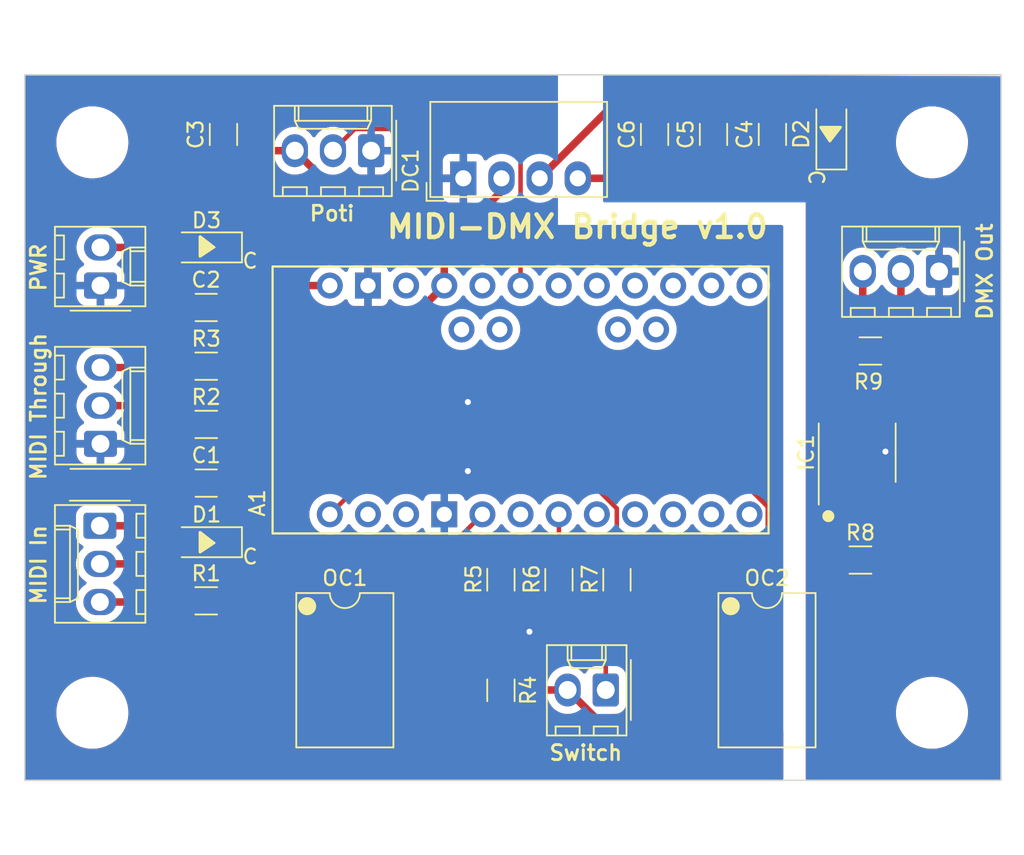
<source format=kicad_pcb>
(kicad_pcb (version 20221018) (generator pcbnew)
  (title_block (title "midi-dmx_bridge") (date "2024-01-20") (rev "1.0") (company "Christian Neukam"))
  (layers (0 "F.Cu" signal) (31 "B.Cu" signal) (34 "B.Paste" user) (35 "F.Paste" user) (36 "B.SilkS" user "B.Silkscreen") (37 "F.SilkS" user "F.Silkscreen") (38 "B.Mask" user) (39 "F.Mask" user) (44 "Edge.Cuts" user))
  (net 0 "")
  (net 1 "/POTI Pin2")
  (net 10 "D1{slash}TX")
  (net 11 "D2{slash}RX")
  (net 13 "D4")
  (net 23 "GND")
  (net 24 "+9V")
  (net 27 "VCC")
  (net 28 "/MIDI IN Pin2 GND")
  (net 29 "+5V")
  (net 30 "GND2")
  (net 31 "Net-(D1-K)")
  (net 32 "/MIDI IN Pin5 SIG")
  (net 33 "/PWR 9V+")
  (net 35 "Net-(IC1-DI)")
  (net 36 "/DMX OUT Pin2 -")
  (net 37 "/DMX OUT Pin3 +")
  (net 38 "/MIDI IN Pin4 5V+")
  (net 39 "/MIDI THROUGH Pin5 SIG")
  (net 40 "/MIDI THROUGH Pin4 5V+")
  (net 41 "/SW 5V+")
  (net 45 "Net-(OC2-C)")
  (footprint "Package_DIP:SMDIP-8_W9.53mm" (layer "F.Cu") (at 149.415 114.665)
    (fp_text reference "OC2" (at 0 -6.14) (layer "F.SilkS"))
    (fp_text value "6N137")
    (fp_line (start -3.235 -5.14) (end -3.235 5.14) (stroke (width 0.12)) (layer "F.SilkS"))
    (fp_line (start -3.235 5.14) (end 3.235 5.14) (stroke (width 0.12)) (layer "F.SilkS"))
    (fp_line (start -1 -5.14) (end -3.235 -5.14) (stroke (width 0.12)) (layer "F.SilkS"))
    (fp_line (start 3.235 -5.14) (end 1 -5.14) (stroke (width 0.12)) (layer "F.SilkS"))
    (fp_line (start 3.235 5.14) (end 3.235 -5.14) (stroke (width 0.12)) (layer "F.SilkS"))
    (fp_arc (start 1 -5.14) (mid 0 -4.14) (end -1 -5.14) (stroke (width 0.12)) (layer "F.SilkS"))
    (pad "1" smd rect (at -4.765 -3.81) (size 2 1.78) (layers "F.Cu" "F.Paste" "F.Mask"))
    (pad "2" smd rect (at -4.765 -1.27) (size 2 1.78) (layers "F.Cu" "F.Paste" "F.Mask") (net 27 "VCC"))
    (pad "3" smd rect (at -4.765 1.27) (size 2 1.78) (layers "F.Cu" "F.Paste" "F.Mask") (net 45 "Net-(OC2-C)"))
    (pad "4" smd rect (at -4.765 3.81) (size 2 1.78) (layers "F.Cu" "F.Paste" "F.Mask"))
    (pad "5" smd rect (at 4.765 3.81) (size 2 1.78) (layers "F.Cu" "F.Paste" "F.Mask") (net 30 "GND2"))
    (pad "6" smd rect (at 4.765 1.27) (size 2 1.78) (layers "F.Cu" "F.Paste" "F.Mask") (net 35 "Net-(IC1-DI)"))
    (pad "7" smd rect (at 4.765 -1.27) (size 2 1.78) (layers "F.Cu" "F.Paste" "F.Mask"))
    (pad "8" smd rect (at 4.765 -3.81) (size 2 1.78) (layers "F.Cu" "F.Paste" "F.Mask") (net 29 "+5V"))
  )
  (footprint "MountingHole:MountingHole_4.3mm_M4" (layer "F.Cu") (at 104.5 117.5 -90)
    (fp_text reference "REF**4" hide)
    (fp_text value "MountingHole_4.3mm_M4")
    (pad "" np_thru_hole circle (at 0 0 270) (size 4.3 4.3) (drill 4.3) (layers "*.Cu" "*.Mask"))
  )
  (footprint "Resistor_SMD:R_1206_3216Metric" (layer "F.Cu") (at 112.08 98.291)
    (fp_text reference "R2" (at 0 -1.82) (layer "F.SilkS"))
    (fp_text value "220")
    (fp_line (start -0.727064 -0.91) (end 0.727064 -0.91) (stroke (width 0.12)) (layer "F.SilkS"))
    (fp_line (start -0.727064 0.91) (end 0.727064 0.91) (stroke (width 0.12)) (layer "F.SilkS"))
    (pad "1" smd roundrect (at -1.4625 0) (size 1.125 1.75) (layers "F.Cu" "F.Paste" "F.Mask") (roundrect_rratio 0.2222222222) (net 39 "/MIDI THROUGH Pin5 SIG"))
    (pad "2" smd roundrect (at 1.4625 0) (size 1.125 1.75) (layers "F.Cu" "F.Paste" "F.Mask") (roundrect_rratio 0.2222222222) (net 11 "D2{slash}RX"))
  )
  (footprint "Capacitor_SMD:C_1206_3216Metric" (layer "F.Cu") (at 141.931 78.9725 90)
    (fp_text reference "C6" (at 0 -1.85 90) (layer "F.SilkS"))
    (fp_text value "100n")
    (fp_line (start -0.711252 -0.91) (end 0.711252 -0.91) (stroke (width 0.12)) (layer "F.SilkS"))
    (fp_line (start -0.711252 0.91) (end 0.711252 0.91) (stroke (width 0.12)) (layer "F.SilkS"))
    (pad "1" smd roundrect (at -1.475 0 90) (size 1.15 1.8) (layers "F.Cu" "F.Paste" "F.Mask") (roundrect_rratio 0.2173913043) (net 29 "+5V"))
    (pad "2" smd roundrect (at 1.475 0 90) (size 1.15 1.8) (layers "F.Cu" "F.Paste" "F.Mask") (roundrect_rratio 0.2173913043) (net 30 "GND2"))
  )
  (footprint "Resistor_SMD:R_1206_3216Metric" (layer "F.Cu") (at 112.08 94.411)
    (fp_text reference "R3" (at 0 -1.82) (layer "F.SilkS"))
    (fp_text value "220")
    (fp_line (start -0.727064 -0.91) (end 0.727064 -0.91) (stroke (width 0.12)) (layer "F.SilkS"))
    (fp_line (start -0.727064 0.91) (end 0.727064 0.91) (stroke (width 0.12)) (layer "F.SilkS"))
    (pad "1" smd roundrect (at -1.4625 0) (size 1.125 1.75) (layers "F.Cu" "F.Paste" "F.Mask") (roundrect_rratio 0.2222222222) (net 40 "/MIDI THROUGH Pin4 5V+"))
    (pad "2" smd roundrect (at 1.4625 0) (size 1.125 1.75) (layers "F.Cu" "F.Paste" "F.Mask") (roundrect_rratio 0.2222222222) (net 27 "VCC"))
  )
  (footprint "Connector_Molex:Molex_KK-254_AE-6410-03A_1x03_P2.54mm_Vertical" (layer "F.Cu") (at 123.06 80.055 180)
    (fp_text reference "J4" hide)
    (fp_text value "Conn_01x03")
    (fp_line (start -1.67 -2) (end -1.67 2) (stroke (width 0.12)) (layer "F.SilkS"))
    (fp_line (start -1.38 -3.03) (end -1.38 2.99) (stroke (width 0.12)) (layer "F.SilkS"))
    (fp_line (start -1.38 2.99) (end 6.46 2.99) (stroke (width 0.12)) (layer "F.SilkS"))
    (fp_line (start -0.8 -3.03) (end -0.8 -2.43) (stroke (width 0.12)) (layer "F.SilkS"))
    (fp_line (start -0.8 -2.43) (end 0.8 -2.43) (stroke (width 0.12)) (layer "F.SilkS"))
    (fp_line (start 0 1.99) (end 0.25 1.46) (stroke (width 0.12)) (layer "F.SilkS"))
    (fp_line (start 0 1.99) (end 5.08 1.99) (stroke (width 0.12)) (layer "F.SilkS"))
    (fp_line (start 0 2.99) (end 0 1.99) (stroke (width 0.12)) (layer "F.SilkS"))
    (fp_line (start 0.25 1.46) (end 4.83 1.46) (stroke (width 0.12)) (layer "F.SilkS"))
    (fp_line (start 0.25 2.99) (end 0.25 1.99) (stroke (width 0.12)) (layer "F.SilkS"))
    (fp_line (start 0.8 -2.43) (end 0.8 -3.03) (stroke (width 0.12)) (layer "F.SilkS"))
    (fp_line (start 1.74 -3.03) (end 1.74 -2.43) (stroke (width 0.12)) (layer "F.SilkS"))
    (fp_line (start 1.74 -2.43) (end 3.34 -2.43) (stroke (width 0.12)) (layer "F.SilkS"))
    (fp_line (start 3.34 -2.43) (end 3.34 -3.03) (stroke (width 0.12)) (layer "F.SilkS"))
    (fp_line (start 4.28 -3.03) (end 4.28 -2.43) (stroke (width 0.12)) (layer "F.SilkS"))
    (fp_line (start 4.28 -2.43) (end 5.88 -2.43) (stroke (width 0.12)) (layer "F.SilkS"))
    (fp_line (start 4.83 1.46) (end 5.08 1.99) (stroke (width 0.12)) (layer "F.SilkS"))
    (fp_line (start 4.83 2.99) (end 4.83 1.99) (stroke (width 0.12)) (layer "F.SilkS"))
    (fp_line (start 5.08 1.99) (end 5.08 2.99) (stroke (width 0.12)) (layer "F.SilkS"))
    (fp_line (start 5.88 -2.43) (end 5.88 -3.03) (stroke (width 0.12)) (layer "F.SilkS"))
    (fp_line (start 6.46 -3.03) (end -1.38 -3.03) (stroke (width 0.12)) (layer "F.SilkS"))
    (fp_line (start 6.46 2.99) (end 6.46 -3.03) (stroke (width 0.12)) (layer "F.SilkS"))
    (pad "1" thru_hole roundrect (at 0 0 180) (size 1.74 2.19) (drill 1.19) (layers "*.Cu" "*.Mask") (roundrect_rratio 0.1436781609) (net 23 "GND"))
    (pad "2" thru_hole oval (at 2.54 0 180) (size 1.74 2.19) (drill 1.19) (layers "*.Cu" "*.Mask") (net 1 "/POTI Pin2"))
    (pad "3" thru_hole oval (at 5.08 0 180) (size 1.74 2.19) (drill 1.19) (layers "*.Cu" "*.Mask") (net 27 "VCC"))
  )
  (footprint "Resistor_SMD:R_1206_3216Metric" (layer "F.Cu") (at 131.7 108.6375 90)
    (fp_text reference "R5" (at 0.0375 -1.82 90) (layer "F.SilkS"))
    (fp_text value "100k")
    (fp_line (start -0.727064 -0.91) (end 0.727064 -0.91) (stroke (width 0.12)) (layer "F.SilkS"))
    (fp_line (start -0.727064 0.91) (end 0.727064 0.91) (stroke (width 0.12)) (layer "F.SilkS"))
    (pad "1" smd roundrect (at -1.4625 0 90) (size 1.125 1.75) (layers "F.Cu" "F.Paste" "F.Mask") (roundrect_rratio 0.2222222222) (net 23 "GND"))
    (pad "2" smd roundrect (at 1.4625 0 90) (size 1.125 1.75) (layers "F.Cu" "F.Paste" "F.Mask") (roundrect_rratio 0.2222222222) (net 13 "D4"))
  )
  (footprint "Diode_SMD:D_SOD-123" (layer "F.Cu") (at 112.1 86.5 180)
    (fp_text reference "D3" (at 0 1.8 180) (layer "F.SilkS"))
    (fp_text value "MBR0520")
    (fp_line (start -2.36 -1) (end -2.36 1) (stroke (width 0.12)) (layer "F.SilkS"))
    (fp_line (start -2.36 -1) (end 1.65 -1) (stroke (width 0.12)) (layer "F.SilkS"))
    (fp_line (start -2.36 1) (end 1.65 1) (stroke (width 0.12)) (layer "F.SilkS"))
    (pad "1" smd roundrect (at -1.65 0 180) (size 0.9 1.2) (layers "F.Cu" "F.Paste" "F.Mask") (net 24 "+9V"))
    (pad "2" smd roundrect (at 1.65 0 180) (size 0.9 1.2) (layers "F.Cu" "F.Paste" "F.Mask") (net 33 "/PWR 9V+"))
  )
  (footprint "Connector_Molex:Molex_KK-254_AE-6410-02A_1x02_P2.54mm_Vertical" (layer "F.Cu") (at 105.04 89.041 90)
    (fp_text reference "J5" hide)
    (fp_text value "Conn_01x02")
    (fp_line (start -1.67 -2) (end -1.67 2) (stroke (width 0.12)) (layer "F.SilkS"))
    (fp_line (start -1.38 -3.03) (end -1.38 2.99) (stroke (width 0.12)) (layer "F.SilkS"))
    (fp_line (start -1.38 2.99) (end 3.92 2.99) (stroke (width 0.12)) (layer "F.SilkS"))
    (fp_line (start -0.8 -3.03) (end -0.8 -2.43) (stroke (width 0.12)) (layer "F.SilkS"))
    (fp_line (start -0.8 -2.43) (end 0.8 -2.43) (stroke (width 0.12)) (layer "F.SilkS"))
    (fp_line (start 0 1.99) (end 0.25 1.46) (stroke (width 0.12)) (layer "F.SilkS"))
    (fp_line (start 0 1.99) (end 2.54 1.99) (stroke (width 0.12)) (layer "F.SilkS"))
    (fp_line (start 0 2.99) (end 0 1.99) (stroke (width 0.12)) (layer "F.SilkS"))
    (fp_line (start 0.25 1.46) (end 2.29 1.46) (stroke (width 0.12)) (layer "F.SilkS"))
    (fp_line (start 0.25 2.99) (end 0.25 1.99) (stroke (width 0.12)) (layer "F.SilkS"))
    (fp_line (start 0.8 -2.43) (end 0.8 -3.03) (stroke (width 0.12)) (layer "F.SilkS"))
    (fp_line (start 1.74 -3.03) (end 1.74 -2.43) (stroke (width 0.12)) (layer "F.SilkS"))
    (fp_line (start 1.74 -2.43) (end 3.34 -2.43) (stroke (width 0.12)) (layer "F.SilkS"))
    (fp_line (start 2.29 1.46) (end 2.54 1.99) (stroke (width 0.12)) (layer "F.SilkS"))
    (fp_line (start 2.29 2.99) (end 2.29 1.99) (stroke (width 0.12)) (layer "F.SilkS"))
    (fp_line (start 2.54 1.99) (end 2.54 2.99) (stroke (width 0.12)) (layer "F.SilkS"))
    (fp_line (start 3.34 -2.43) (end 3.34 -3.03) (stroke (width 0.12)) (layer "F.SilkS"))
    (fp_line (start 3.92 -3.03) (end -1.38 -3.03) (stroke (width 0.12)) (layer "F.SilkS"))
    (fp_line (start 3.92 2.99) (end 3.92 -3.03) (stroke (width 0.12)) (layer "F.SilkS"))
    (pad "1" thru_hole roundrect (at 0 0 90) (size 1.74 2.19) (drill 1.19) (layers "*.Cu" "*.Mask") (roundrect_rratio 0.1436781609) (net 23 "GND"))
    (pad "2" thru_hole oval (at 2.54 0 90) (size 1.74 2.19) (drill 1.19) (layers "*.Cu" "*.Mask") (net 33 "/PWR 9V+"))
  )
  (footprint "Capacitor_SMD:C_1206_3216Metric" (layer "F.Cu") (at 112.08 90.501 180)
    (fp_text reference "C2" (at 0.01 1.84) (layer "F.SilkS"))
    (fp_text value "100n")
    (fp_line (start -0.711252 -0.91) (end 0.711252 -0.91) (stroke (width 0.12)) (layer "F.SilkS"))
    (fp_line (start -0.711252 0.91) (end 0.711252 0.91) (stroke (width 0.12)) (layer "F.SilkS"))
    (pad "1" smd roundrect (at -1.475 0 180) (size 1.15 1.8) (layers "F.Cu" "F.Paste" "F.Mask") (roundrect_rratio 0.2173913043) (net 24 "+9V"))
    (pad "2" smd roundrect (at 1.475 0 180) (size 1.15 1.8) (layers "F.Cu" "F.Paste" "F.Mask") (roundrect_rratio 0.2173913043) (net 23 "GND"))
  )
  (footprint "Capacitor_SMD:C_1206_3216Metric" (layer "F.Cu") (at 149.777 78.9725 90)
    (fp_text reference "C4" (at 0 -1.85 90) (layer "F.SilkS"))
    (fp_text value "100n")
    (fp_line (start -0.711252 -0.91) (end 0.711252 -0.91) (stroke (width 0.12)) (layer "F.SilkS"))
    (fp_line (start -0.711252 0.91) (end 0.711252 0.91) (stroke (width 0.12)) (layer "F.SilkS"))
    (pad "1" smd roundrect (at -1.475 0 90) (size 1.15 1.8) (layers "F.Cu" "F.Paste" "F.Mask") (roundrect_rratio 0.2173913043) (net 29 "+5V"))
    (pad "2" smd roundrect (at 1.475 0 90) (size 1.15 1.8) (layers "F.Cu" "F.Paste" "F.Mask") (roundrect_rratio 0.2173913043) (net 30 "GND2"))
  )
  (footprint "Connector_Molex:Molex_KK-254_AE-6410-02A_1x02_P2.54mm_Vertical" (layer "F.Cu") (at 138.681012 115.981562 180)
    (fp_text reference "J6" hide)
    (fp_text value "Conn_01x02")
    (fp_line (start -1.67 -2) (end -1.67 2) (stroke (width 0.12)) (layer "F.SilkS"))
    (fp_line (start -1.38 -3.03) (end -1.38 2.99) (stroke (width 0.12)) (layer "F.SilkS"))
    (fp_line (start -1.38 2.99) (end 3.92 2.99) (stroke (width 0.12)) (layer "F.SilkS"))
    (fp_line (start -0.8 -3.03) (end -0.8 -2.43) (stroke (width 0.12)) (layer "F.SilkS"))
    (fp_line (start -0.8 -2.43) (end 0.8 -2.43) (stroke (width 0.12)) (layer "F.SilkS"))
    (fp_line (start 0 1.99) (end 0.25 1.46) (stroke (width 0.12)) (layer "F.SilkS"))
    (fp_line (start 0 1.99) (end 2.54 1.99) (stroke (width 0.12)) (layer "F.SilkS"))
    (fp_line (start 0 2.99) (end 0 1.99) (stroke (width 0.12)) (layer "F.SilkS"))
    (fp_line (start 0.25 1.46) (end 2.29 1.46) (stroke (width 0.12)) (layer "F.SilkS"))
    (fp_line (start 0.25 2.99) (end 0.25 1.99) (stroke (width 0.12)) (layer "F.SilkS"))
    (fp_line (start 0.8 -2.43) (end 0.8 -3.03) (stroke (width 0.12)) (layer "F.SilkS"))
    (fp_line (start 1.74 -3.03) (end 1.74 -2.43) (stroke (width 0.12)) (layer "F.SilkS"))
    (fp_line (start 1.74 -2.43) (end 3.34 -2.43) (stroke (width 0.12)) (layer "F.SilkS"))
    (fp_line (start 2.29 1.46) (end 2.54 1.99) (stroke (width 0.12)) (layer "F.SilkS"))
    (fp_line (start 2.29 2.99) (end 2.29 1.99) (stroke (width 0.12)) (layer "F.SilkS"))
    (fp_line (start 2.54 1.99) (end 2.54 2.99) (stroke (width 0.12)) (layer "F.SilkS"))
    (fp_line (start 3.34 -2.43) (end 3.34 -3.03) (stroke (width 0.12)) (layer "F.SilkS"))
    (fp_line (start 3.92 -3.03) (end -1.38 -3.03) (stroke (width 0.12)) (layer "F.SilkS"))
    (fp_line (start 3.92 2.99) (end 3.92 -3.03) (stroke (width 0.12)) (layer "F.SilkS"))
    (pad "1" thru_hole roundrect (at 0 0 180) (size 1.74 2.19) (drill 1.19) (layers "*.Cu" "*.Mask") (roundrect_rratio 0.1436781609) (net 41 "/SW 5V+"))
    (pad "2" thru_hole oval (at 2.54 0 180) (size 1.74 2.19) (drill 1.19) (layers "*.Cu" "*.Mask") (net 27 "VCC"))
  )
  (footprint "MountingHole:MountingHole_4.3mm_M4" (layer "F.Cu") (at 104.5 79.5 -90)
    (fp_text reference "REF**1" hide)
    (fp_text value "MountingHole_4.3mm_M4")
    (pad "" np_thru_hole circle (at 0 0 270) (size 4.3 4.3) (drill 4.3) (layers "*.Cu" "*.Mask"))
  )
  (footprint "Resistor_SMD:R_1206_3216Metric" (layer "F.Cu") (at 112.08 110.041)
    (fp_text reference "R1" (at 0 -1.82) (layer "F.SilkS"))
    (fp_text value "220")
    (fp_line (start -0.727064 -0.91) (end 0.727064 -0.91) (stroke (width 0.12)) (layer "F.SilkS"))
    (fp_line (start -0.727064 0.91) (end 0.727064 0.91) (stroke (width 0.12)) (layer "F.SilkS"))
    (pad "1" smd roundrect (at -1.4625 0) (size 1.125 1.75) (layers "F.Cu" "F.Paste" "F.Mask") (roundrect_rratio 0.2222222222) (net 38 "/MIDI IN Pin4 5V+"))
    (pad "2" smd roundrect (at 1.4625 0) (size 1.125 1.75) (layers "F.Cu" "F.Paste" "F.Mask") (roundrect_rratio 0.2222222222) (net 31 "Net-(D1-K)"))
  )
  (footprint "Diode_SMD:D_SOD-123" (layer "F.Cu") (at 153.7 78.95 90)
    (fp_text reference "D2" (at 0 -2 90) (layer "F.SilkS"))
    (fp_text value "1N914")
    (fp_line (start -2.36 -1) (end -2.36 1) (stroke (width 0.12)) (layer "F.SilkS"))
    (fp_line (start -2.36 -1) (end 1.65 -1) (stroke (width 0.12)) (layer "F.SilkS"))
    (fp_line (start -2.36 1) (end 1.65 1) (stroke (width 0.12)) (layer "F.SilkS"))
    (pad "1" smd roundrect (at -1.65 0 90) (size 0.9 1.2) (layers "F.Cu" "F.Paste" "F.Mask") (net 29 "+5V"))
    (pad "2" smd roundrect (at 1.65 0 90) (size 0.9 1.2) (layers "F.Cu" "F.Paste" "F.Mask") (net 30 "GND2"))
  )
  (footprint "Package_SO:SOIC-8_3.9x4.9mm_P1.27mm" (layer "F.Cu") (at 155.42 100.175 90)
    (fp_text reference "IC1" (at 0 -3.4 90) (layer "F.SilkS"))
    (fp_text value "MAX485E")
    (fp_line (start 0 -2.56) (end -3.45 -2.56) (stroke (width 0.12)) (layer "F.SilkS"))
    (fp_line (start 0 -2.56) (end 1.95 -2.56) (stroke (width 0.12)) (layer "F.SilkS"))
    (fp_line (start 0 2.56) (end -1.95 2.56) (stroke (width 0.12)) (layer "F.SilkS"))
    (fp_line (start 0 2.56) (end 1.95 2.56) (stroke (width 0.12)) (layer "F.SilkS"))
    (pad "1" smd roundrect (at -2.475 -1.905 90) (size 1.95 0.6) (layers "F.Cu" "F.Paste" "F.Mask"))
    (pad "2" smd roundrect (at -2.475 -0.635 90) (size 1.95 0.6) (layers "F.Cu" "F.Paste" "F.Mask") (net 29 "+5V"))
    (pad "3" smd roundrect (at -2.475 0.635 90) (size 1.95 0.6) (layers "F.Cu" "F.Paste" "F.Mask") (net 29 "+5V"))
    (pad "4" smd roundrect (at -2.475 1.905 90) (size 1.95 0.6) (layers "F.Cu" "F.Paste" "F.Mask") (net 35 "Net-(IC1-DI)"))
    (pad "5" smd roundrect (at 2.475 1.905 90) (size 1.95 0.6) (layers "F.Cu" "F.Paste" "F.Mask") (net 30 "GND2"))
    (pad "6" smd roundrect (at 2.475 0.635 90) (size 1.95 0.6) (layers "F.Cu" "F.Paste" "F.Mask") (net 36 "/DMX OUT Pin2 -"))
    (pad "7" smd roundrect (at 2.475 -0.635 90) (size 1.95 0.6) (layers "F.Cu" "F.Paste" "F.Mask") (net 37 "/DMX OUT Pin3 +"))
    (pad "8" smd roundrect (at 2.475 -1.905 90) (size 1.95 0.6) (layers "F.Cu" "F.Paste" "F.Mask") (net 29 "+5V"))
  )
  (footprint "Capacitor_SMD:C_1206_3216Metric" (layer "F.Cu") (at 112.08 102.201)
    (fp_text reference "C1" (at 0 -1.85) (layer "F.SilkS"))
    (fp_text value "100n")
    (fp_line (start -0.711252 -0.91) (end 0.711252 -0.91) (stroke (width 0.12)) (layer "F.SilkS"))
    (fp_line (start -0.711252 0.91) (end 0.711252 0.91) (stroke (width 0.12)) (layer "F.SilkS"))
    (pad "1" smd roundrect (at -1.475 0) (size 1.15 1.8) (layers "F.Cu" "F.Paste" "F.Mask") (roundrect_rratio 0.2173913043) (net 28 "/MIDI IN Pin2 GND"))
    (pad "2" smd roundrect (at 1.475 0) (size 1.15 1.8) (layers "F.Cu" "F.Paste" "F.Mask") (roundrect_rratio 0.2173913043) (net 23 "GND"))
  )
  (footprint "Converter_DCDC:Converter_DCDC_Murata_MEE1SxxxxSC_THT" (layer "F.Cu") (at 129.198 81.895 90)
    (fp_text reference "DC1" (at 0.5 -3.5 90) (layer "F.SilkS"))
    (fp_text value "NME0505SC")
    (fp_line (start -1.5 -2.45) (end -1.5 -1.25) (stroke (width 0.12)) (layer "F.SilkS"))
    (fp_line (start -1.25 -2.2) (end -1.25 9.57) (stroke (width 0.12)) (layer "F.SilkS"))
    (fp_line (start -0.3 -2.45) (end -1.5 -2.45) (stroke (width 0.12)) (layer "F.SilkS"))
    (fp_line (start 5.09 -2.2) (end -1.25 -2.2) (stroke (width 0.12)) (layer "F.SilkS"))
    (fp_line (start 5.09 -2.2) (end 5.09 9.57) (stroke (width 0.12)) (layer "F.SilkS"))
    (fp_line (start 5.09 9.57) (end -1.25 9.57) (stroke (width 0.12)) (layer "F.SilkS"))
    (pad "1" thru_hole rect (at 0 0) (size 1.75 2.25) (drill 1.075) (layers "*.Cu" "*.Mask") (net 23 "GND"))
    (pad "2" thru_hole oval (at 0 2.54) (size 1.75 2.25) (drill 1.075) (layers "*.Cu" "*.Mask") (net 27 "VCC"))
    (pad "3" thru_hole oval (at 0 5.08) (size 1.75 2.25) (drill 1.075) (layers "*.Cu" "*.Mask") (net 30 "GND2"))
    (pad "4" thru_hole oval (at 0 7.62) (size 1.75 2.25) (drill 1.075) (layers "*.Cu" "*.Mask") (net 29 "+5V"))
  )
  (footprint "Capacitor_SMD:C_1206_3216Metric" (layer "F.Cu") (at 145.854 78.9725 90)
    (fp_text reference "C5" (at 0 -1.85 90) (layer "F.SilkS"))
    (fp_text value "100n")
    (fp_line (start -0.711252 -0.91) (end 0.711252 -0.91) (stroke (width 0.12)) (layer "F.SilkS"))
    (fp_line (start -0.711252 0.91) (end 0.711252 0.91) (stroke (width 0.12)) (layer "F.SilkS"))
    (pad "1" smd roundrect (at -1.475 0 90) (size 1.15 1.8) (layers "F.Cu" "F.Paste" "F.Mask") (roundrect_rratio 0.2173913043) (net 29 "+5V"))
    (pad "2" smd roundrect (at 1.475 0 90) (size 1.15 1.8) (layers "F.Cu" "F.Paste" "F.Mask") (roundrect_rratio 0.2173913043) (net 30 "GND2"))
  )
  (footprint "Connector_Molex:Molex_KK-254_AE-6410-03A_1x03_P2.54mm_Vertical" (layer "F.Cu") (at 160.87 88.1 180)
    (fp_text reference "J3" hide)
    (fp_text value "Conn_01x03")
    (fp_line (start -1.67 -2) (end -1.67 2) (stroke (width 0.12)) (layer "F.SilkS"))
    (fp_line (start -1.38 -3.03) (end -1.38 2.99) (stroke (width 0.12)) (layer "F.SilkS"))
    (fp_line (start -1.38 2.99) (end 6.46 2.99) (stroke (width 0.12)) (layer "F.SilkS"))
    (fp_line (start -0.8 -3.03) (end -0.8 -2.43) (stroke (width 0.12)) (layer "F.SilkS"))
    (fp_line (start -0.8 -2.43) (end 0.8 -2.43) (stroke (width 0.12)) (layer "F.SilkS"))
    (fp_line (start 0 1.99) (end 0.25 1.46) (stroke (width 0.12)) (layer "F.SilkS"))
    (fp_line (start 0 1.99) (end 5.08 1.99) (stroke (width 0.12)) (layer "F.SilkS"))
    (fp_line (start 0 2.99) (end 0 1.99) (stroke (width 0.12)) (layer "F.SilkS"))
    (fp_line (start 0.25 1.46) (end 4.83 1.46) (stroke (width 0.12)) (layer "F.SilkS"))
    (fp_line (start 0.25 2.99) (end 0.25 1.99) (stroke (width 0.12)) (layer "F.SilkS"))
    (fp_line (start 0.8 -2.43) (end 0.8 -3.03) (stroke (width 0.12)) (layer "F.SilkS"))
    (fp_line (start 1.74 -3.03) (end 1.74 -2.43) (stroke (width 0.12)) (layer "F.SilkS"))
    (fp_line (start 1.74 -2.43) (end 3.34 -2.43) (stroke (width 0.12)) (layer "F.SilkS"))
    (fp_line (start 3.34 -2.43) (end 3.34 -3.03) (stroke (width 0.12)) (layer "F.SilkS"))
    (fp_line (start 4.28 -3.03) (end 4.28 -2.43) (stroke (width 0.12)) (layer "F.SilkS"))
    (fp_line (start 4.28 -2.43) (end 5.88 -2.43) (stroke (width 0.12)) (layer "F.SilkS"))
    (fp_line (start 4.83 1.46) (end 5.08 1.99) (stroke (width 0.12)) (layer "F.SilkS"))
    (fp_line (start 4.83 2.99) (end 4.83 1.99) (stroke (width 0.12)) (layer "F.SilkS"))
    (fp_line (start 5.08 1.99) (end 5.08 2.99) (stroke (width 0.12)) (layer "F.SilkS"))
    (fp_line (start 5.88 -2.43) (end 5.88 -3.03) (stroke (width 0.12)) (layer "F.SilkS"))
    (fp_line (start 6.46 -3.03) (end -1.38 -3.03) (stroke (width 0.12)) (layer "F.SilkS"))
    (fp_line (start 6.46 2.99) (end 6.46 -3.03) (stroke (width 0.12)) (layer "F.SilkS"))
    (pad "1" thru_hole roundrect (at 0 0 180) (size 1.74 2.19) (drill 1.19) (layers "*.Cu" "*.Mask") (roundrect_rratio 0.1436781609) (net 30 "GND2"))
    (pad "2" thru_hole oval (at 2.54 0 180) (size 1.74 2.19) (drill 1.19) (layers "*.Cu" "*.Mask") (net 36 "/DMX OUT Pin2 -"))
    (pad "3" thru_hole oval (at 5.08 0 180) (size 1.74 2.19) (drill 1.19) (layers "*.Cu" "*.Mask") (net 37 "/DMX OUT Pin3 +"))
  )
  (footprint "Connector_Molex:Molex_KK-254_AE-6410-03A_1x03_P2.54mm_Vertical" (layer "F.Cu") (at 105 105.041 -90)
    (fp_text reference "J1" hide)
    (fp_text value "Conn_01x03")
    (fp_line (start -1.67 -2) (end -1.67 2) (stroke (width 0.12)) (layer "F.SilkS"))
    (fp_line (start -1.38 -3.03) (end -1.38 2.99) (stroke (width 0.12)) (layer "F.SilkS"))
    (fp_line (start -1.38 2.99) (end 6.46 2.99) (stroke (width 0.12)) (layer "F.SilkS"))
    (fp_line (start -0.8 -3.03) (end -0.8 -2.43) (stroke (width 0.12)) (layer "F.SilkS"))
    (fp_line (start -0.8 -2.43) (end 0.8 -2.43) (stroke (width 0.12)) (layer "F.SilkS"))
    (fp_line (start 0 1.99) (end 0.25 1.46) (stroke (width 0.12)) (layer "F.SilkS"))
    (fp_line (start 0 1.99) (end 5.08 1.99) (stroke (width 0.12)) (layer "F.SilkS"))
    (fp_line (start 0 2.99) (end 0 1.99) (stroke (width 0.12)) (layer "F.SilkS"))
    (fp_line (start 0.25 1.46) (end 4.83 1.46) (stroke (width 0.12)) (layer "F.SilkS"))
    (fp_line (start 0.25 2.99) (end 0.25 1.99) (stroke (width 0.12)) (layer "F.SilkS"))
    (fp_line (start 0.8 -2.43) (end 0.8 -3.03) (stroke (width 0.12)) (layer "F.SilkS"))
    (fp_line (start 1.74 -3.03) (end 1.74 -2.43) (stroke (width 0.12)) (layer "F.SilkS"))
    (fp_line (start 1.74 -2.43) (end 3.34 -2.43) (stroke (width 0.12)) (layer "F.SilkS"))
    (fp_line (start 3.34 -2.43) (end 3.34 -3.03) (stroke (width 0.12)) (layer "F.SilkS"))
    (fp_line (start 4.28 -3.03) (end 4.28 -2.43) (stroke (width 0.12)) (layer "F.SilkS"))
    (fp_line (start 4.28 -2.43) (end 5.88 -2.43) (stroke (width 0.12)) (layer "F.SilkS"))
    (fp_line (start 4.83 1.46) (end 5.08 1.99) (stroke (width 0.12)) (layer "F.SilkS"))
    (fp_line (start 4.83 2.99) (end 4.83 1.99) (stroke (width 0.12)) (layer "F.SilkS"))
    (fp_line (start 5.08 1.99) (end 5.08 2.99) (stroke (width 0.12)) (layer "F.SilkS"))
    (fp_line (start 5.88 -2.43) (end 5.88 -3.03) (stroke (width 0.12)) (layer "F.SilkS"))
    (fp_line (start 6.46 -3.03) (end -1.38 -3.03) (stroke (width 0.12)) (layer "F.SilkS"))
    (fp_line (start 6.46 2.99) (end 6.46 -3.03) (stroke (width 0.12)) (layer "F.SilkS"))
    (pad "1" thru_hole roundrect (at 0 0 270) (size 1.74 2.19) (drill 1.19) (layers "*.Cu" "*.Mask") (roundrect_rratio 0.1436781609) (net 28 "/MIDI IN Pin2 GND"))
    (pad "2" thru_hole oval (at 2.54 0 270) (size 1.74 2.19) (drill 1.19) (layers "*.Cu" "*.Mask") (net 32 "/MIDI IN Pin5 SIG"))
    (pad "3" thru_hole oval (at 5.08 0 270) (size 1.74 2.19) (drill 1.19) (layers "*.Cu" "*.Mask") (net 38 "/MIDI IN Pin4 5V+"))
  )
  (footprint "Package_DIP:SMDIP-8_W9.53mm" (layer "F.Cu") (at 121.31 114.665)
    (fp_text reference "OC1" (at 0 -6.14) (layer "F.SilkS"))
    (fp_text value "6N137")
    (fp_line (start -3.235 -5.14) (end -3.235 5.14) (stroke (width 0.12)) (layer "F.SilkS"))
    (fp_line (start -3.235 5.14) (end 3.235 5.14) (stroke (width 0.12)) (layer "F.SilkS"))
    (fp_line (start -1 -5.14) (end -3.235 -5.14) (stroke (width 0.12)) (layer "F.SilkS"))
    (fp_line (start 3.235 -5.14) (end 1 -5.14) (stroke (width 0.12)) (layer "F.SilkS"))
    (fp_line (start 3.235 5.14) (end 3.235 -5.14) (stroke (width 0.12)) (layer "F.SilkS"))
    (fp_arc (start 1 -5.14) (mid 0 -4.14) (end -1 -5.14) (stroke (width 0.12)) (layer "F.SilkS"))
    (pad "1" smd rect (at -4.765 -3.81) (size 2 1.78) (layers "F.Cu" "F.Paste" "F.Mask"))
    (pad "2" smd rect (at -4.765 -1.27) (size 2 1.78) (layers "F.Cu" "F.Paste" "F.Mask") (net 31 "Net-(D1-K)"))
    (pad "3" smd rect (at -4.765 1.27) (size 2 1.78) (layers "F.Cu" "F.Paste" "F.Mask") (net 32 "/MIDI IN Pin5 SIG"))
    (pad "4" smd rect (at -4.765 3.81) (size 2 1.78) (layers "F.Cu" "F.Paste" "F.Mask"))
    (pad "5" smd rect (at 4.765 3.81) (size 2 1.78) (layers "F.Cu" "F.Paste" "F.Mask") (net 23 "GND"))
    (pad "6" smd rect (at 4.765 1.27) (size 2 1.78) (layers "F.Cu" "F.Paste" "F.Mask") (net 11 "D2{slash}RX"))
    (pad "7" smd rect (at 4.765 -1.27) (size 2 1.78) (layers "F.Cu" "F.Paste" "F.Mask"))
    (pad "8" smd rect (at 4.765 -3.81) (size 2 1.78) (layers "F.Cu" "F.Paste" "F.Mask") (net 27 "VCC"))
  )
  (footprint "Diode_SMD:D_SOD-123" (layer "F.Cu") (at 112.1 106.136 180)
    (fp_text reference "D1" (at 0 1.836) (layer "F.SilkS"))
    (fp_text value "1N914")
    (fp_line (start -2.36 -1) (end -2.36 1) (stroke (width 0.12)) (layer "F.SilkS"))
    (fp_line (start -2.36 -1) (end 1.65 -1) (stroke (width 0.12)) (layer "F.SilkS"))
    (fp_line (start -2.36 1) (end 1.65 1) (stroke (width 0.12)) (layer "F.SilkS"))
    (pad "1" smd roundrect (at -1.65 0 180) (size 0.9 1.2) (layers "F.Cu" "F.Paste" "F.Mask") (net 31 "Net-(D1-K)"))
    (pad "2" smd roundrect (at 1.65 0 180) (size 0.9 1.2) (layers "F.Cu" "F.Paste" "F.Mask") (net 32 "/MIDI IN Pin5 SIG"))
  )
  (footprint "Connector_Molex:Molex_KK-254_AE-6410-03A_1x03_P2.54mm_Vertical" (layer "F.Cu") (at 105.04 99.581 90)
    (fp_text reference "J2" hide)
    (fp_text value "Conn_01x03")
    (fp_line (start -1.67 -2) (end -1.67 2) (stroke (width 0.12)) (layer "F.SilkS"))
    (fp_line (start -1.38 -3.03) (end -1.38 2.99) (stroke (width 0.12)) (layer "F.SilkS"))
    (fp_line (start -1.38 2.99) (end 6.46 2.99) (stroke (width 0.12)) (layer "F.SilkS"))
    (fp_line (start -0.8 -3.03) (end -0.8 -2.43) (stroke (width 0.12)) (layer "F.SilkS"))
    (fp_line (start -0.8 -2.43) (end 0.8 -2.43) (stroke (width 0.12)) (layer "F.SilkS"))
    (fp_line (start 0 1.99) (end 0.25 1.46) (stroke (width 0.12)) (layer "F.SilkS"))
    (fp_line (start 0 1.99) (end 5.08 1.99) (stroke (width 0.12)) (layer "F.SilkS"))
    (fp_line (start 0 2.99) (end 0 1.99) (stroke (width 0.12)) (layer "F.SilkS"))
    (fp_line (start 0.25 1.46) (end 4.83 1.46) (stroke (width 0.12)) (layer "F.SilkS"))
    (fp_line (start 0.25 2.99) (end 0.25 1.99) (stroke (width 0.12)) (layer "F.SilkS"))
    (fp_line (start 0.8 -2.43) (end 0.8 -3.03) (stroke (width 0.12)) (layer "F.SilkS"))
    (fp_line (start 1.74 -3.03) (end 1.74 -2.43) (stroke (width 0.12)) (layer "F.SilkS"))
    (fp_line (start 1.74 -2.43) (end 3.34 -2.43) (stroke (width 0.12)) (layer "F.SilkS"))
    (fp_line (start 3.34 -2.43) (end 3.34 -3.03) (stroke (width 0.12)) (layer "F.SilkS"))
    (fp_line (start 4.28 -3.03) (end 4.28 -2.43) (stroke (width 0.12)) (layer "F.SilkS"))
    (fp_line (start 4.28 -2.43) (end 5.88 -2.43) (stroke (width 0.12)) (layer "F.SilkS"))
    (fp_line (start 4.83 1.46) (end 5.08 1.99) (stroke (width 0.12)) (layer "F.SilkS"))
    (fp_line (start 4.83 2.99) (end 4.83 1.99) (stroke (width 0.12)) (layer "F.SilkS"))
    (fp_line (start 5.08 1.99) (end 5.08 2.99) (stroke (width 0.12)) (layer "F.SilkS"))
    (fp_line (start 5.88 -2.43) (end 5.88 -3.03) (stroke (width 0.12)) (layer "F.SilkS"))
    (fp_line (start 6.46 -3.03) (end -1.38 -3.03) (stroke (width 0.12)) (layer "F.SilkS"))
    (fp_line (start 6.46 2.99) (end 6.46 -3.03) (stroke (width 0.12)) (layer "F.SilkS"))
    (pad "1" thru_hole roundrect (at 0 0 90) (size 1.74 2.19) (drill 1.19) (layers "*.Cu" "*.Mask") (roundrect_rratio 0.1436781609) (net 23 "GND"))
    (pad "2" thru_hole oval (at 2.54 0 90) (size 1.74 2.19) (drill 1.19) (layers "*.Cu" "*.Mask") (net 39 "/MIDI THROUGH Pin5 SIG"))
    (pad "3" thru_hole oval (at 5.08 0 90) (size 1.74 2.19) (drill 1.19) (layers "*.Cu" "*.Mask") (net 40 "/MIDI THROUGH Pin4 5V+"))
  )
  (footprint "Resistor_SMD:R_1206_3216Metric" (layer "F.Cu") (at 131.7 116.001562 -90)
    (fp_text reference "R4" (at 0 -1.82 -90) (layer "F.SilkS"))
    (fp_text value "10k")
    (fp_line (start -0.727064 -0.91) (end 0.727064 -0.91) (stroke (width 0.12)) (layer "F.SilkS"))
    (fp_line (start -0.727064 0.91) (end 0.727064 0.91) (stroke (width 0.12)) (layer "F.SilkS"))
    (pad "1" smd roundrect (at -1.4625 0 270) (size 1.125 1.75) (layers "F.Cu" "F.Paste" "F.Mask") (roundrect_rratio 0.222222) (net 27 "VCC"))
    (pad "2" smd roundrect (at 1.4625 0 270) (size 1.125 1.75) (layers "F.Cu" "F.Paste" "F.Mask") (roundrect_rratio 0.222222) (net 11 "D2{slash}RX"))
  )
  (footprint "MountingHole:MountingHole_4.3mm_M4" (layer "F.Cu") (at 160.4 79.5 90)
    (fp_text reference "REF**2" hide)
    (fp_text value "MountingHole_4.3mm_M4")
    (pad "" np_thru_hole circle (at 0 0 90) (size 4.3 4.3) (drill 4.3) (layers "*.Cu" "*.Mask"))
  )
  (footprint "PCM_arduino-library:Arduino_Pro_Mini_Socket_NoSPH" (layer "F.Cu") (at 133.009 96.661 90)
    (fp_text reference "A1" (at -6.858 -17.526 90) (layer "F.SilkS"))
    (fp_text value "Arduino_Pro_Mini_Socket_NoSPH")
    (fp_line (start -8.89 -16.51) (end -8.89 16.51) (stroke (width 0.15)) (layer "F.SilkS"))
    (fp_line (start 8.89 -16.51) (end -8.89 -16.51) (stroke (width 0.15)) (layer "F.SilkS"))
    (fp_line (start 8.89 -16.51) (end 8.89 16.51) (stroke (width 0.15)) (layer "F.SilkS"))
    (fp_line (start 8.89 16.51) (end -8.89 16.51) (stroke (width 0.15)) (layer "F.SilkS"))
    (pad "A0" thru_hole circle (at 7.62 5.08 90) (size 1.7272 1.7272) (drill 1.016) (layers "*.Cu" "*.Mask"))
    (pad "A1" thru_hole circle (at 7.62 2.54 90) (size 1.7272 1.7272) (drill 1.016) (layers "*.Cu" "*.Mask"))
    (pad "A2" thru_hole circle (at 7.62 0 90) (size 1.7272 1.7272) (drill 1.016) (layers "*.Cu" "*.Mask") (net 1 "/POTI Pin2"))
    (pad "A3" thru_hole circle (at 7.62 -2.54 90) (size 1.7272 1.7272) (drill 1.016) (layers "*.Cu" "*.Mask"))
    (pad "A4" thru_hole circle (at 4.6941 -1.3894 90) (size 1.7272 1.7272) (drill 1.016) (layers "*.Cu" "*.Mask"))
    (pad "A5" thru_hole circle (at 4.6941 -3.9294 90) (size 1.7272 1.7272) (drill 1.016) (layers "*.Cu" "*.Mask"))
    (pad "A6" thru_hole circle (at 4.6941 9.0246 90) (size 1.7272 1.7272) (drill 1.016) (layers "*.Cu" "*.Mask"))
    (pad "A7" thru_hole circle (at 4.6941 6.484 90) (size 1.7272 1.7272) (drill 1.016) (layers "*.Cu" "*.Mask"))
    (pad "D0" thru_hole circle (at -7.62 -10.16 90) (size 1.7272 1.7272) (drill 1.016) (layers "*.Cu" "*.Mask"))
    (pad "D1" thru_hole circle (at -7.62 -12.7 90) (size 1.7272 1.7272) (drill 1.016) (layers "*.Cu" "*.Mask") (net 10 "D1{slash}TX"))
    (pad "D2" thru_hole circle (at -7.62 -2.54 90) (size 1.7272 1.7272) (drill 1.016) (layers "*.Cu" "*.Mask") (net 11 "D2{slash}RX"))
    (pad "D3" thru_hole circle (at -7.62 0 90) (size 1.7272 1.7272) (drill 1.016) (layers "*.Cu" "*.Mask"))
    (pad "D4" thru_hole circle (at -7.62 2.54 90) (size 1.7272 1.7272) (drill 1.016) (layers "*.Cu" "*.Mask") (net 13 "D4"))
    (pad "D5" thru_hole circle (at -7.62 5.08 90) (size 1.7272 1.7272) (drill 1.016) (layers "*.Cu" "*.Mask"))
    (pad "D6" thru_hole circle (at -7.62 7.62 90) (size 1.7272 1.7272) (drill 1.016) (layers "*.Cu" "*.Mask"))
    (pad "D7" thru_hole circle (at -7.62 10.16 90) (size 1.7272 1.7272) (drill 1.016) (layers "*.Cu" "*.Mask"))
    (pad "D8" thru_hole circle (at -7.62 12.7 90) (size 1.7272 1.7272) (drill 1.016) (layers "*.Cu" "*.Mask"))
    (pad "D9" thru_hole circle (at -7.62 15.24 90) (size 1.7272 1.7272) (drill 1.016) (layers "*.Cu" "*.Mask"))
    (pad "D10" thru_hole circle (at 7.62 15.24 90) (size 1.7272 1.7272) (drill 1.016) (layers "*.Cu" "*.Mask"))
    (pad "D11" thru_hole circle (at 7.62 12.7 90) (size 1.7272 1.7272) (drill 1.016) (layers "*.Cu" "*.Mask"))
    (pad "D12" thru_hole circle (at 7.62 10.16 90) (size 1.7272 1.7272) (drill 1.016) (layers "*.Cu" "*.Mask"))
    (pad "D13" thru_hole circle (at 7.62 7.62 90) (size 1.7272 1.7272) (drill 1.016) (layers "*.Cu" "*.Mask"))
    (pad "GND1" thru_hole rect (at -7.62 -5.08 90) (size 1.7272 1.7272) (drill 1.016) (layers "*.Cu" "*.Mask") (net 23 "GND"))
    (pad "GND2" thru_hole rect (at 7.62 -10.16 90) (size 1.7272 1.7272) (drill 1.016) (layers "*.Cu" "*.Mask") (net 23 "GND"))
    (pad "RAW" thru_hole circle (at 7.62 -12.7 90) (size 1.7272 1.7272) (drill 1.016) (layers "*.Cu" "*.Mask") (net 24 "+9V"))
    (pad "RST1" thru_hole circle (at -7.62 -7.62 90) (size 1.7272 1.7272) (drill 1.016) (layers "*.Cu" "*.Mask"))
    (pad "RST2" thru_hole circle (at 7.62 -7.62 90) (size 1.7272 1.7272) (drill 1.016) (layers "*.Cu" "*.Mask"))
    (pad "Vcc1" thru_hole circle (at 7.62 -5.08 90) (size 1.7272 1.7272) (drill 1.016) (layers "*.Cu" "*.Mask") (net 27 "VCC"))
  )
  (footprint "Resistor_SMD:R_1206_3216Metric" (layer "F.Cu") (at 135.5625 108.6375 90)
    (fp_text reference "R6" (at 0.0375 -1.81 90) (layer "F.SilkS"))
    (fp_text value "270")
    (fp_line (start -0.727064 -0.91) (end 0.727064 -0.91) (stroke (width 0.12)) (layer "F.SilkS"))
    (fp_line (start -0.727064 0.91) (end 0.727064 0.91) (stroke (width 0.12)) (layer "F.SilkS"))
    (pad "1" smd roundrect (at -1.4625 0 90) (size 1.125 1.75) (layers "F.Cu" "F.Paste" "F.Mask") (roundrect_rratio 0.2222222222) (net 41 "/SW 5V+"))
    (pad "2" smd roundrect (at 1.4625 0 90) (size 1.125 1.75) (layers "F.Cu" "F.Paste" "F.Mask") (roundrect_rratio 0.2222222222) (net 13 "D4"))
  )
  (footprint "Resistor_SMD:R_1206_3216Metric" (layer "F.Cu") (at 155.6375 107.325)
    (fp_text reference "R8" (at 0 -1.82) (layer "F.SilkS"))
    (fp_text value "4.7k")
    (fp_line (start -0.727064 -0.91) (end 0.727064 -0.91) (stroke (width 0.12)) (layer "F.SilkS"))
    (fp_line (start -0.727064 0.91) (end 0.727064 0.91) (stroke (width 0.12)) (layer "F.SilkS"))
    (pad "1" smd roundrect (at -1.4625 0) (size 1.125 1.75) (layers "F.Cu" "F.Paste" "F.Mask") (roundrect_rratio 0.2222222222) (net 29 "+5V"))
    (pad "2" smd roundrect (at 1.4625 0) (size 1.125 1.75) (layers "F.Cu" "F.Paste" "F.Mask") (roundrect_rratio 0.2222222222) (net 35 "Net-(IC1-DI)"))
  )
  (footprint "MountingHole:MountingHole_4.3mm_M4" (layer "F.Cu") (at 160.4 117.5 90)
    (fp_text reference "REF**3" hide)
    (fp_text value "MountingHole_4.3mm_M4")
    (pad "" np_thru_hole circle (at 0 0 90) (size 4.3 4.3) (drill 4.3) (layers "*.Cu" "*.Mask"))
  )
  (footprint "Resistor_SMD:R_1206_3216Metric" (layer "F.Cu") (at 139.425 108.6375 -90)
    (fp_text reference "R7" (at -0.0375 1.8 90) (layer "F.SilkS"))
    (fp_text value "470")
    (fp_line (start -0.727064 -0.91) (end 0.727064 -0.91) (stroke (width 0.12)) (layer "F.SilkS"))
    (fp_line (start -0.727064 0.91) (end 0.727064 0.91) (stroke (width 0.12)) (layer "F.SilkS"))
    (pad "1" smd roundrect (at -1.4625 0 270) (size 1.125 1.75) (layers "F.Cu" "F.Paste" "F.Mask") (roundrect_rratio 0.2222222222) (net 10 "D1{slash}TX"))
    (pad "2" smd roundrect (at 1.4625 0 270) (size 1.125 1.75) (layers "F.Cu" "F.Paste" "F.Mask") (roundrect_rratio 0.2222222222) (net 45 "Net-(OC2-C)"))
  )
  (footprint "Resistor_SMD:R_1206_3216Metric" (layer "F.Cu") (at 156.3 93.4)
    (fp_text reference "R9" (at -0.125 2.05) (layer "F.SilkS"))
    (fp_text value "120")
    (fp_line (start -0.727064 -0.91) (end 0.727064 -0.91) (stroke (width 0.12)) (layer "F.SilkS"))
    (fp_line (start -0.727064 0.91) (end 0.727064 0.91) (stroke (width 0.12)) (layer "F.SilkS"))
    (pad "1" smd roundrect (at -1.4625 0) (size 1.125 1.75) (layers "F.Cu" "F.Paste" "F.Mask") (roundrect_rratio 0.2222222222) (net 37 "/DMX OUT Pin3 +"))
    (pad "2" smd roundrect (at 1.4625 0) (size 1.125 1.75) (layers "F.Cu" "F.Paste" "F.Mask") (roundrect_rratio 0.2222222222) (net 36 "/DMX OUT Pin2 -"))
  )
  (footprint "Capacitor_SMD:C_1206_3216Metric" (layer "F.Cu") (at 113.23 78.975 -90)
    (fp_text reference "C3" (at 0 1.85 90) (layer "F.SilkS"))
    (fp_text value "100n")
    (fp_line (start -0.711252 -0.91) (end 0.711252 -0.91) (stroke (width 0.12)) (layer "F.SilkS"))
    (fp_line (start -0.711252 0.91) (end 0.711252 0.91) (stroke (width 0.12)) (layer "F.SilkS"))
    (pad "1" smd roundrect (at -1.475 0 270) (size 1.15 1.8) (layers "F.Cu" "F.Paste" "F.Mask") (roundrect_rratio 0.2173913043) (net 23 "GND"))
    (pad "2" smd roundrect (at 1.475 0 270) (size 1.15 1.8) (layers "F.Cu" "F.Paste" "F.Mask") (roundrect_rratio 0.2173913043) (net 27 "VCC"))
  )
  (gr_circle (center 147 110.4) (end 147.5 110.4) (stroke (width 0.2)) (fill solid) (layer "F.SilkS"))
  (gr_poly (pts (xy 111.6725 85.786) (xy 111.6725 87.086) (xy 112.5725 86.486)) (stroke (width 0.2)) (fill solid) (layer "F.SilkS"))
  (gr_poly (pts (xy 154.3 78.5) (xy 153 78.5) (xy 153.6 79.4)) (stroke (width 0.2)) (fill solid) (layer "F.SilkS"))
  (gr_circle (center 153.5 104.4) (end 153.8 104.4) (stroke (width 0.2)) (fill solid) (layer "F.SilkS"))
  (gr_circle (center 118.8 110.4) (end 119.3 110.4) (stroke (width 0.2)) (fill solid) (layer "F.SilkS"))
  (gr_poly (pts (xy 111.6725 105.486) (xy 111.6725 106.786) (xy 112.5725 106.186)) (stroke (width 0.2)) (fill solid) (layer "F.SilkS"))
  (gr_rect (start 100 75) (end 165 122) (stroke (width 0.1)) (fill none) (layer "Edge.Cuts"))
  (gr_text "MIDI-DMX Bridge v1.0" (at 123.947286 86) (layer "F.SilkS") (effects (font (size 1.5 1.5) (thickness 0.3) bold) (justify left bottom)))
  (gr_text "MIDI In" (at 101.5 110.381297 90) (layer "F.SilkS") (effects (font (size 1 1) (thickness 0.1875)) (justify left bottom)))
  (gr_text "C" (at 115 107.1) (layer "F.SilkS") (effects (font (size 1 1))))
  (gr_text "Switch" (at 134.825 120.75) (layer "F.SilkS") (effects (font (size 1 1) (thickness 0.1875)) (justify left bottom)))
  (gr_text "Poti" (at 118.86256 84.823438) (layer "F.SilkS") (effects (font (size 1 1) (thickness 0.1875)) (justify left bottom)))
  (gr_text "DMX Out" (at 164.5 91.420298 90) (layer "F.SilkS") (effects (font (size 1 1) (thickness 0.1875)) (justify left bottom)))
  (gr_text "C" (at 152.686 81.8275 270) (layer "F.SilkS") (effects (font (size 1 1))))
  (gr_text "PWR" (at 101.5 89.523679 90) (layer "F.SilkS") (effects (font (size 1 1) (thickness 0.1875)) (justify left bottom)))
  (gr_text "MIDI Through" (at 101.5 102.103203 90) (layer "F.SilkS") (effects (font (size 1 1) (thickness 0.1875)) (justify left bottom)))
  (gr_text "C" (at 115 87.4) (layer "F.SilkS") (effects (font (size 1 1))))
  (segment (start 120.52 80.055) (end 121.965 78.61) (width 0.3) (layer "F.Cu") (net 1))
  (segment (start 133.009 80.509) (end 133.009 89.041) (width 0.3) (layer "F.Cu") (net 1))
  (segment (start 121.965 78.61) (end 131.11 78.61) (width 0.3) (layer "F.Cu") (net 1))
  (segment (start 131.11 78.61) (end 133.009 80.509) (width 0.3) (layer "F.Cu") (net 1))
  (segment (start 139.425 107.175) (end 139.4154 107.1654) (width 0.3) (layer "F.Cu") (net 10))
  (segment (start 125.289644 99.300356) (end 134.824646 99.300356) (width 0.3) (layer "F.Cu") (net 10))
  (segment (start 139.4154 107.1654) (end 139.4154 103.89111) (width 0.3) (layer "F.Cu") (net 10))
  (segment (start 134.824646 99.300356) (end 139.4154 103.89111) (width 0.3) (layer "F.Cu") (net 10))
  (segment (start 125.289644 99.300356) (end 120.309 104.281) (width 0.3) (layer "F.Cu") (net 10))
  (segment (start 130.170938 115.935) (end 131.7 117.464062) (width 0.3) (layer "F.Cu") (net 11))
  (segment (start 126.075 115.935) (end 130.170938 115.935) (width 0.3) (layer "F.Cu") (net 11))
  (segment (start 126.62 108.13) (end 118.27 108.13) (width 0.3) (layer "F.Cu") (net 11))
  (segment (start 130.469 104.281) (end 126.62 108.13) (width 0.3) (layer "F.Cu") (net 11))
  (segment (start 116.62 106.48) (end 118.27 108.13) (width 0.3) (layer "F.Cu") (net 11))
  (segment (start 116.62 101.3685) (end 116.62 106.48) (width 0.3) (layer "F.Cu") (net 11))
  (segment (start 113.5425 98.291) (end 116.62 101.3685) (width 0.3) (layer "F.Cu") (net 11))
  (segment (start 118.27 108.13) (end 126.075 115.935) (width 0.3) (layer "F.Cu") (net 11))
  (segment (start 131.7 107.175) (end 135.5625 107.175) (width 0.3) (layer "F.Cu") (net 13))
  (segment (start 135.5625 104.2945) (end 135.549 104.281) (width 0.3) (layer "F.Cu") (net 13))
  (segment (start 135.5625 107.175) (end 135.5625 104.2945) (width 0.3) (layer "F.Cu") (net 13))
  (via (at 133.6 112.1) (size 1.8) (drill 0.4) (layers "F.Cu" "B.Cu") (net 23))
  (via (at 129.5 96.8) (size 1.8) (drill 0.4) (layers "F.Cu" "B.Cu") (net 23))
  (via (at 129.5 101.4) (size 1.8) (drill 0.4) (layers "F.Cu" "B.Cu") (net 23))
  (segment (start 113.555 90.501) (end 115.015 89.041) (width 0.5) (layer "F.Cu") (net 24))
  (segment (start 115.015 89.041) (end 120.309 89.041) (width 0.5) (layer "F.Cu") (net 24))
  (segment (start 113.75 86.5) (end 113.75 87.776) (width 0.5) (layer "F.Cu") (net 24))
  (segment (start 113.75 87.776) (end 115.015 89.041) (width 0.5) (layer "F.Cu") (net 24))
  (segment (start 127.929 89.041) (end 127.929 86.571) (width 0.5) (layer "F.Cu") (net 27))
  (segment (start 148.605 113.395) (end 149.5626 112.4374) (width 0.5) (layer "F.Cu") (net 27))
  (segment (start 127.929 86.571) (end 131.738 82.762) (width 0.5) (layer "F.Cu") (net 27))
  (segment (start 126.075 110.855) (end 128.015938 110.855) (width 0.5) (layer "F.Cu") (net 27))
  (segment (start 136.141012 115.981562) (end 133.1425 115.981562) (width 0.5) (layer "F.Cu") (net 27))
  (segment (start 121.5625 83.6375) (end 125.1375 83.6375) (width 0.5) (layer "F.Cu") (net 27))
  (segment (start 131.738 82.762) (end 131.738 81.895) (width 0.5) (layer "F.Cu") (net 27))
  (segment (start 139.97445 119.815) (end 136.141012 115.981562) (width 0.5) (layer "F.Cu") (net 27))
  (segment (start 127.929 86.571) (end 128 86.5) (width 0.5) (layer "F.Cu") (net 27))
  (segment (start 149.5626 118.4374) (end 149.5626 112.4374) (width 0.5) (layer "F.Cu") (net 27))
  (segment (start 149.5626 112.4374) (end 149.5626 103.736889) (width 0.5) (layer "F.Cu") (net 27))
  (segment (start 128.015938 110.855) (end 131.7 114.539062) (width 0.5) (layer "F.Cu") (net 27))
  (segment (start 113.5425 94.411) (end 122.559 94.411) (width 0.5) (layer "F.Cu") (net 27))
  (segment (start 149.5626 118.4374) (end 148.185 119.815) (width 0.5) (layer "F.Cu") (net 27))
  (segment (start 122.559 94.411) (end 127.929 89.041) (width 0.5) (layer "F.Cu") (net 27))
  (segment (start 113.625 80.055) (end 113.23 80.45) (width 0.5) (layer "F.Cu") (net 27))
  (segment (start 140.236711 94.411) (end 122.559 94.411) (width 0.5) (layer "F.Cu") (net 27))
  (segment (start 117.98 80.055) (end 121.5625 83.6375) (width 0.5) (layer "F.Cu") (net 27))
  (segment (start 148.185 119.815) (end 139.97445 119.815) (width 0.5) (layer "F.Cu") (net 27))
  (segment (start 149.5626 103.736889) (end 140.236711 94.411) (width 0.5) (layer "F.Cu") (net 27))
  (segment (start 125.1375 83.6375) (end 128 86.5) (width 0.5) (layer "F.Cu") (net 27))
  (segment (start 133.1425 115.981562) (end 131.7 114.539062) (width 0.5) (layer "F.Cu") (net 27))
  (segment (start 117.98 80.055) (end 113.625 80.055) (width 0.5) (layer "F.Cu") (net 27))
  (segment (start 144.65 113.395) (end 148.605 113.395) (width 0.5) (layer "F.Cu") (net 27))
  (segment (start 105 105.041) (end 107.765 105.041) (width 0.5) (layer "F.Cu") (net 28))
  (segment (start 107.765 105.041) (end 110.605 102.201) (width 0.5) (layer "F.Cu") (net 28))
  (segment (start 153.515 97.7) (end 153.515 100.826472) (width 0.5) (layer "F.Cu") (net 29))
  (segment (start 154.785 106.715) (end 154.175 107.325) (width 0.5) (layer "F.Cu") (net 29))
  (segment (start 141.931 80.4475) (end 145.854 80.4475) (width 0.5) (layer "F.Cu") (net 29))
  (segment (start 154.175 110.85) (end 154.18 110.855) (width 0.5) (layer "F.Cu") (net 29))
  (segment (start 153.7 80.6) (end 153.275 81.025) (width 0.5) (layer "F.Cu") (net 29))
  (segment (start 153.275 81.025) (end 153.275 97.46) (width 0.5) (layer "F.Cu") (net 29))
  (segment (start 136.818 81.895) (end 140.486 81.895) (width 0.5) (layer "F.Cu") (net 29))
  (segment (start 154.785 102.096472) (end 154.785 102.65) (width 0.5) (layer "F.Cu") (net 29))
  (segment (start 153.275 97.46) (end 153.515 97.7) (width 0.5) (layer "F.Cu") (net 29))
  (segment (start 154.785 102.65) (end 156.055 102.65) (width 0.5) (layer "F.Cu") (net 29))
  (segment (start 154.175 107.325) (end 154.175 110.85) (width 0.5) (layer "F.Cu") (net 29))
  (segment (start 140.486 81.895) (end 141.931 80.45) (width 0.5) (layer "F.Cu") (net 29))
  (segment (start 145.854 80.4475) (end 149.777 80.4475) (width 0.5) (layer "F.Cu") (net 29))
  (segment (start 154.785 102.65) (end 154.785 106.715) (width 0.5) (layer "F.Cu") (net 29))
  (segment (start 153.515 100.826472) (end 154.785 102.096472) (width 0.5) (layer "F.Cu") (net 29))
  (segment (start 153.5475 80.4475) (end 153.7 80.6) (width 0.5) (layer "F.Cu") (net 29))
  (segment (start 149.777 80.4475) (end 153.5475 80.4475) (width 0.5) (layer "F.Cu") (net 29))
  (segment (start 134.278 81.895) (end 138.673 77.5) (width 0.5) (layer "F.Cu") (net 30))
  (segment (start 138.673 77.5) (end 141.931 77.5) (width 0.5) (layer "F.Cu") (net 30))
  (via (at 157.3 100.1) (size 1.8) (drill 0.4) (layers "F.Cu" "B.Cu") (net 30))
  (segment (start 113.75 106.136) (end 113.75 109.8335) (width 0.3) (layer "F.Cu") (net 31))
  (segment (start 113.5425 110.3925) (end 116.545 113.395) (width 0.3) (layer "F.Cu") (net 31))
  (segment (start 113.75 109.8335) (end 113.5425 110.041) (width 0.3) (layer "F.Cu") (net 31))
  (segment (start 113.5425 110.041) (end 113.5425 110.3925) (width 0.3) (layer "F.Cu") (net 31))
  (segment (start 109.005 107.581) (end 110.45 106.136) (width 0.5) (layer "F.Cu") (net 32))
  (segment (start 116.545 115.935) (end 111.53 110.92) (width 0.3) (layer "F.Cu") (net 32))
  (segment (start 105 107.581) (end 109.005 107.581) (width 0.5) (layer "F.Cu") (net 32))
  (segment (start 111.53 107.216) (end 110.45 106.136) (width 0.3) (layer "F.Cu") (net 32))
  (segment (start 111.53 110.92) (end 111.53 107.216) (width 0.3) (layer "F.Cu") (net 32))
  (segment (start 105.04 86.501) (end 110.449 86.501) (width 0.5) (layer "F.Cu") (net 33))
  (segment (start 110.449 86.501) (end 110.45 86.5) (width 0.5) (layer "F.Cu") (net 33))
  (segment (start 157.325 102.65) (end 157.325 107.1) (width 0.3) (layer "F.Cu") (net 35))
  (segment (start 157.325 107.1) (end 157.1 107.325) (width 0.3) (layer "F.Cu") (net 35))
  (segment (start 157.1 113.015) (end 154.18 115.935) (width 0.3) (layer "F.Cu") (net 35))
  (segment (start 157.1 107.325) (end 157.1 113.015) (width 0.3) (layer "F.Cu") (net 35))
  (segment (start 157.7625 93.4) (end 158.33 92.8325) (width 0.5) (layer "F.Cu") (net 36))
  (segment (start 156.055 95.1075) (end 157.7625 93.4) (width 0.3) (layer "F.Cu") (net 36))
  (segment (start 156.055 97.7) (end 156.055 95.1075) (width 0.3) (layer "F.Cu") (net 36))
  (segment (start 158.33 92.8325) (end 158.33 88.1) (width 0.5) (layer "F.Cu") (net 36))
  (segment (start 154.785 93.4525) (end 154.8375 93.4) (width 0.3) (layer "F.Cu") (net 37))
  (segment (start 154.785 97.7) (end 154.785 93.4525) (width 0.3) (layer "F.Cu") (net 37))
  (segment (start 155.79 92.4475) (end 155.79 88.1) (width 0.5) (layer "F.Cu") (net 37))
  (segment (start 154.8375 93.4) (end 155.79 92.4475) (width 0.5) (layer "F.Cu") (net 37))
  (segment (start 105 110.121) (end 110.5375 110.121) (width 0.5) (layer "F.Cu") (net 38))
  (segment (start 110.5375 110.121) (end 110.6175 110.041) (width 0.5) (layer "F.Cu") (net 38))
  (segment (start 109.3675 97.041) (end 110.6175 98.291) (width 0.5) (layer "F.Cu") (net 39))
  (segment (start 105.04 97.041) (end 109.3675 97.041) (width 0.5) (layer "F.Cu") (net 39))
  (segment (start 110.5275 94.501) (end 105.04 94.501) (width 0.5) (layer "F.Cu") (net 40))
  (segment (start 110.6175 94.411) (end 110.5275 94.501) (width 0.5) (layer "F.Cu") (net 40))
  (segment (start 138.681012 113.218512) (end 135.5625 110.1) (width 0.3) (layer "F.Cu") (net 41))
  (segment (start 138.681012 115.981562) (end 138.681012 113.218512) (width 0.3) (layer "F.Cu") (net 41))
  (segment (start 144.65 115.935) (end 139.425 110.71) (width 0.5) (layer "F.Cu") (net 45))
  (segment (start 139.425 110.71) (end 139.425 110.1) (width 0.5) (layer "F.Cu") (net 45))
  (zone (net 23) (net_name "GND") (layers "F&B.Cu") (connect_pads (clearance 0.5)) (min_thickness 0.25) (fill yes (thermal_gap 0.5) (thermal_bridge_width 0.5))
    (polygon (pts (xy 150.5 85) (xy 135.5 85) (xy 135.5 75) (xy 100 75) (xy 100 122) (xy 150.5 122)))
  )
  (zone (net 30) (net_name "GND2") (layers "F&B.Cu") (priority 1) (connect_pads (clearance 0.5)) (min_thickness 0.25) (fill yes (thermal_gap 0.5) (thermal_bridge_width 0.5))
    (polygon (pts (xy 152 122) (xy 152 83.5) (xy 138.5 83.5) (xy 138.5 75) (xy 165 75.1) (xy 165 122.1)))
  )
  (zone (net 30) (net_name "GND2") (layer "B.Cu") (priority 3) (connect_pads (clearance 0.5)) (min_thickness 0.25) (fill yes (thermal_gap 0.5) (thermal_bridge_width 0.5))
    (polygon (pts (xy 152 122) (xy 152 83.5) (xy 138.5 83.5) (xy 138.5 75) (xy 165 75.1) (xy 165 122.1)))
  )
  (zone (net 23) (net_name "GND") (layer "B.Cu") (priority 2) (connect_pads (clearance 0.5)) (min_thickness 0.25) (fill yes (thermal_gap 0.5) (thermal_bridge_width 0.5))
    (polygon (pts (xy 150.5 85) (xy 135.5 85) (xy 135.5 75) (xy 100 75) (xy 100 122) (xy 150.5 122)))
  )
)
</source>
